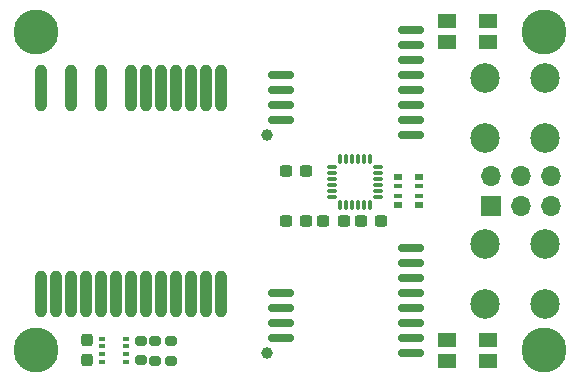
<source format=gbr>
%TF.GenerationSoftware,KiCad,Pcbnew,9.0.1-9.0.1-0~ubuntu22.04.1*%
%TF.CreationDate,2025-04-14T00:42:50-04:00*%
%TF.ProjectId,FlatSat,466c6174-5361-4742-9e6b-696361645f70,rev?*%
%TF.SameCoordinates,Original*%
%TF.FileFunction,Soldermask,Top*%
%TF.FilePolarity,Negative*%
%FSLAX46Y46*%
G04 Gerber Fmt 4.6, Leading zero omitted, Abs format (unit mm)*
G04 Created by KiCad (PCBNEW 9.0.1-9.0.1-0~ubuntu22.04.1) date 2025-04-14 00:42:50*
%MOMM*%
%LPD*%
G01*
G04 APERTURE LIST*
G04 Aperture macros list*
%AMRoundRect*
0 Rectangle with rounded corners*
0 $1 Rounding radius*
0 $2 $3 $4 $5 $6 $7 $8 $9 X,Y pos of 4 corners*
0 Add a 4 corners polygon primitive as box body*
4,1,4,$2,$3,$4,$5,$6,$7,$8,$9,$2,$3,0*
0 Add four circle primitives for the rounded corners*
1,1,$1+$1,$2,$3*
1,1,$1+$1,$4,$5*
1,1,$1+$1,$6,$7*
1,1,$1+$1,$8,$9*
0 Add four rect primitives between the rounded corners*
20,1,$1+$1,$2,$3,$4,$5,0*
20,1,$1+$1,$4,$5,$6,$7,0*
20,1,$1+$1,$6,$7,$8,$9,0*
20,1,$1+$1,$8,$9,$2,$3,0*%
G04 Aperture macros list end*
%ADD10RoundRect,0.075000X-0.075000X0.350000X-0.075000X-0.350000X0.075000X-0.350000X0.075000X0.350000X0*%
%ADD11RoundRect,0.075000X-0.350000X-0.075000X0.350000X-0.075000X0.350000X0.075000X-0.350000X0.075000X0*%
%ADD12RoundRect,0.150000X0.950000X-0.150000X0.950000X0.150000X-0.950000X0.150000X-0.950000X-0.150000X0*%
%ADD13R,0.500000X0.350000*%
%ADD14C,3.800000*%
%ADD15RoundRect,0.200000X0.275000X-0.200000X0.275000X0.200000X-0.275000X0.200000X-0.275000X-0.200000X0*%
%ADD16RoundRect,0.237500X0.300000X0.237500X-0.300000X0.237500X-0.300000X-0.237500X0.300000X-0.237500X0*%
%ADD17C,2.500000*%
%ADD18RoundRect,0.237500X0.237500X-0.300000X0.237500X0.300000X-0.237500X0.300000X-0.237500X-0.300000X0*%
%ADD19O,1.000000X4.000000*%
%ADD20C,1.000000*%
%ADD21R,1.600000X1.250000*%
%ADD22R,1.700000X1.700000*%
%ADD23O,1.700000X1.700000*%
%ADD24R,0.800000X0.500000*%
%ADD25R,0.800000X0.400000*%
G04 APERTURE END LIST*
D10*
%TO.C,U2*%
X6750000Y2700000D03*
X6250000Y2700000D03*
X5750000Y2700000D03*
X5250000Y2700000D03*
X4750000Y2700000D03*
X4250000Y2700000D03*
D11*
X3550000Y2000000D03*
X3550000Y1500000D03*
X3550000Y1000000D03*
X3550000Y500000D03*
X3550000Y0D03*
X3550000Y-500000D03*
D10*
X4250000Y-1200000D03*
X4750000Y-1200000D03*
X5250000Y-1200000D03*
X5750000Y-1200000D03*
X6250000Y-1200000D03*
X6750000Y-1200000D03*
D11*
X7450000Y-500000D03*
X7450000Y0D03*
X7450000Y500000D03*
X7450000Y1000000D03*
X7450000Y1500000D03*
X7450000Y2000000D03*
%TD*%
D12*
%TO.C,U6*%
X10200000Y-13720000D03*
X10200000Y-12450000D03*
X10200000Y-11180000D03*
X10200000Y-9910000D03*
X10200000Y-8640000D03*
X10200000Y-7370000D03*
X10200000Y-6100000D03*
X10200000Y-4830000D03*
X-800000Y-8640000D03*
X-800000Y-9910000D03*
X-800000Y-11180000D03*
X-800000Y-12450000D03*
%TD*%
D13*
%TO.C,U3*%
X-13910000Y-12505000D03*
X-13910000Y-13155000D03*
X-13910000Y-13805000D03*
X-13910000Y-14455000D03*
X-15960000Y-14455000D03*
X-15960000Y-13805000D03*
X-15960000Y-13155000D03*
X-15960000Y-12505000D03*
%TD*%
D14*
%TO.C,REF\u002A\u002A*%
X-21500000Y-13500000D03*
%TD*%
D15*
%TO.C,R6*%
X-12657500Y-14350000D03*
X-12657500Y-12700000D03*
%TD*%
D16*
%TO.C,C1*%
X1375000Y-2500000D03*
X-350000Y-2500000D03*
%TD*%
%TO.C,C5*%
X1375000Y1670000D03*
X-350000Y1670000D03*
%TD*%
%TO.C,C4*%
X4537500Y-2500000D03*
X2812500Y-2500000D03*
%TD*%
D17*
%TO.C,AE1*%
X21540000Y-4460000D03*
X16460000Y-4460000D03*
X21540000Y-9540000D03*
X16460000Y-9540000D03*
%TD*%
D14*
%TO.C,REF\u002A\u002A*%
X21500000Y-13500000D03*
%TD*%
D17*
%TO.C,AE2*%
X21540000Y9540000D03*
X16460000Y9540000D03*
X21540000Y4460000D03*
X16460000Y4460000D03*
%TD*%
D16*
%TO.C,C2*%
X7712500Y-2500000D03*
X5987500Y-2500000D03*
%TD*%
D18*
%TO.C,C3*%
X-17210000Y-14342500D03*
X-17210000Y-12617500D03*
%TD*%
D14*
%TO.C,REF\u002A\u002A*%
X21500000Y13500000D03*
%TD*%
D19*
%TO.C,U1*%
X-21120000Y-8720000D03*
D20*
X-21120000Y-7620000D03*
D19*
X-18580000Y-8720000D03*
D20*
X-18580000Y-7620000D03*
D19*
X-16040000Y-8720000D03*
D20*
X-16040000Y-7620000D03*
D19*
X-13500000Y-8720000D03*
D20*
X-13500000Y-7620000D03*
D19*
X-10960000Y-8720000D03*
D20*
X-10960000Y-7620000D03*
D19*
X-8420000Y-8720000D03*
D20*
X-8420000Y-7620000D03*
D19*
X-5880000Y-8720000D03*
D20*
X-5880000Y-7620000D03*
D19*
X-5880000Y8720000D03*
D20*
X-5880000Y7620000D03*
D19*
X-8420000Y8720000D03*
D20*
X-8420000Y7620000D03*
D19*
X-10960000Y8720000D03*
D20*
X-10960000Y7620000D03*
D19*
X-13500000Y8720000D03*
D20*
X-13500000Y7620000D03*
D19*
X-16040000Y8720000D03*
D20*
X-16040000Y7620000D03*
D19*
X-18580000Y8720000D03*
D20*
X-18580000Y7620000D03*
D19*
X-21120000Y8720000D03*
D20*
X-21120000Y7620000D03*
D19*
X-19850000Y-8720000D03*
X-17310000Y-8720000D03*
X-14770000Y-8720000D03*
X-12230000Y-8720000D03*
X-9690000Y-8720000D03*
X-7150000Y-8720000D03*
X-7150000Y8720000D03*
X-9690000Y8720000D03*
X-12230000Y8720000D03*
%TD*%
D21*
%TO.C,D2*%
X16750000Y12625000D03*
X16750000Y14375000D03*
X13250000Y14375000D03*
X13250000Y12625000D03*
%TD*%
%TO.C,D1*%
X13250000Y-12625000D03*
X13250000Y-14375000D03*
X16750000Y-14375000D03*
X16750000Y-12625000D03*
%TD*%
D15*
%TO.C,R5*%
X-11405000Y-14355000D03*
X-11405000Y-12705000D03*
%TD*%
D20*
%TO.C,TP2*%
X-2000000Y-13690000D03*
%TD*%
D22*
%TO.C,J4*%
X17000000Y-1270000D03*
D23*
X17000000Y1270000D03*
X19540000Y-1270000D03*
X19540000Y1270000D03*
X22080000Y-1270000D03*
X22080000Y1270000D03*
%TD*%
D20*
%TO.C,TP1*%
X-2000000Y4750000D03*
%TD*%
D12*
%TO.C,U5*%
X10200000Y4780000D03*
X10200000Y6050000D03*
X10200000Y7320000D03*
X10200000Y8590000D03*
X10200000Y9860000D03*
X10200000Y11130000D03*
X10200000Y12400000D03*
X10200000Y13670000D03*
X-800000Y9860000D03*
X-800000Y8590000D03*
X-800000Y7320000D03*
X-800000Y6050000D03*
%TD*%
D24*
%TO.C,RN1*%
X9100000Y1200000D03*
D25*
X9100000Y400000D03*
X9100000Y-400000D03*
D24*
X9100000Y-1200000D03*
X10900000Y-1200000D03*
D25*
X10900000Y-400000D03*
X10900000Y400000D03*
D24*
X10900000Y1200000D03*
%TD*%
D14*
%TO.C,REF\u002A\u002A*%
X-21500000Y13500000D03*
%TD*%
D15*
%TO.C,R4*%
X-10130000Y-14355000D03*
X-10130000Y-12705000D03*
%TD*%
M02*

</source>
